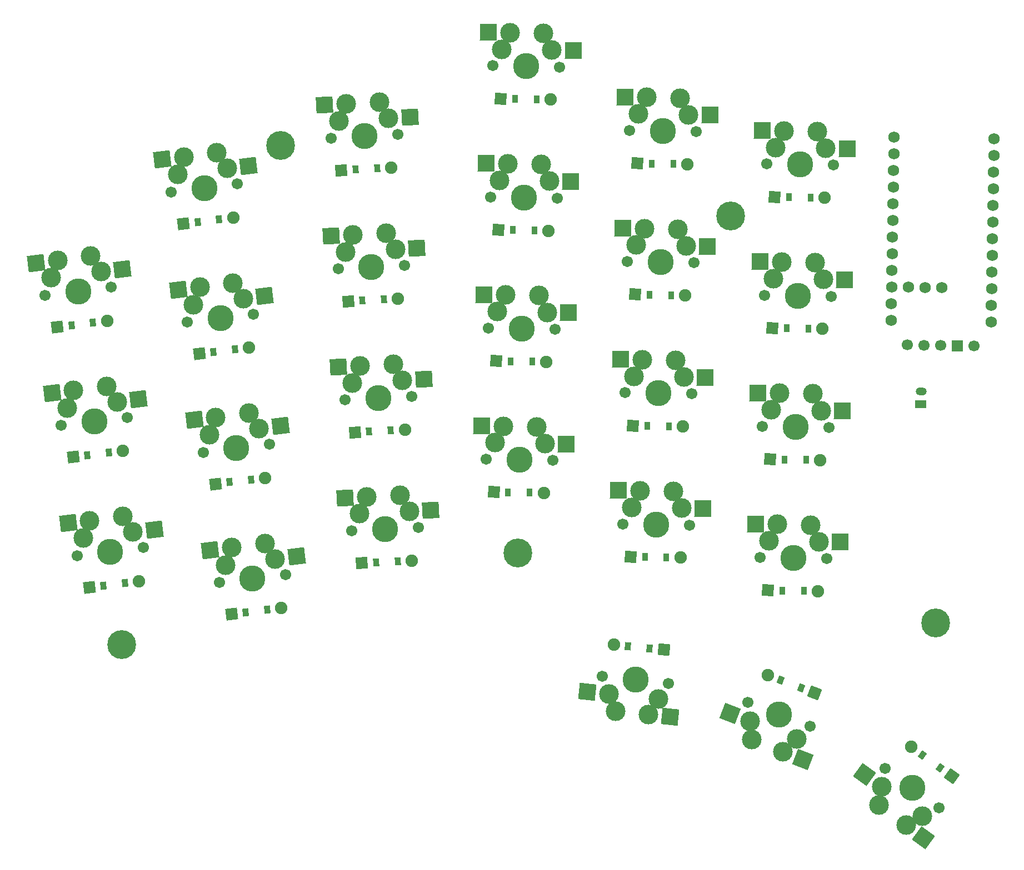
<source format=gbr>
%TF.GenerationSoftware,KiCad,Pcbnew,9.0.0*%
%TF.CreationDate,2025-03-06T12:11:22-05:00*%
%TF.ProjectId,proto1,70726f74-6f31-42e6-9b69-6361645f7063,v1.0.0*%
%TF.SameCoordinates,Original*%
%TF.FileFunction,Soldermask,Top*%
%TF.FilePolarity,Negative*%
%FSLAX46Y46*%
G04 Gerber Fmt 4.6, Leading zero omitted, Abs format (unit mm)*
G04 Created by KiCad (PCBNEW 9.0.0) date 2025-03-06 12:11:22*
%MOMM*%
%LPD*%
G01*
G04 APERTURE LIST*
G04 Aperture macros list*
%AMHorizOval*
0 Thick line with rounded ends*
0 $1 width*
0 $2 $3 position (X,Y) of the first rounded end (center of the circle)*
0 $4 $5 position (X,Y) of the second rounded end (center of the circle)*
0 Add line between two ends*
20,1,$1,$2,$3,$4,$5,0*
0 Add two circle primitives to create the rounded ends*
1,1,$1,$2,$3*
1,1,$1,$4,$5*%
%AMRotRect*
0 Rectangle, with rotation*
0 The origin of the aperture is its center*
0 $1 length*
0 $2 width*
0 $3 Rotation angle, in degrees counterclockwise*
0 Add horizontal line*
21,1,$1,$2,0,0,$3*%
G04 Aperture macros list end*
%ADD10C,3.987800*%
%ADD11C,1.701800*%
%ADD12C,3.000000*%
%ADD13RotRect,2.550000X2.500000X7.000000*%
%ADD14RotRect,2.550000X2.500000X3.000000*%
%ADD15RotRect,2.550000X2.500000X359.000000*%
%ADD16RotRect,2.550000X2.500000X174.000000*%
%ADD17RotRect,2.550000X2.500000X159.000000*%
%ADD18RotRect,2.550000X2.500000X144.000000*%
%ADD19RotRect,0.900000X1.200000X7.000000*%
%ADD20RotRect,1.778000X1.778000X7.000000*%
%ADD21C,1.905000*%
%ADD22RotRect,0.900000X1.200000X3.000000*%
%ADD23RotRect,1.778000X1.778000X3.000000*%
%ADD24RotRect,0.900000X1.200000X359.000000*%
%ADD25RotRect,1.778000X1.778000X359.000000*%
%ADD26RotRect,0.900000X1.200000X174.000000*%
%ADD27RotRect,1.778000X1.778000X174.000000*%
%ADD28RotRect,0.900000X1.200000X159.000000*%
%ADD29RotRect,1.778000X1.778000X159.000000*%
%ADD30RotRect,0.900000X1.200000X144.000000*%
%ADD31RotRect,1.778000X1.778000X144.000000*%
%ADD32C,1.752600*%
%ADD33HorizOval,1.700000X0.000000X0.000000X0.000000X0.000000X0*%
%ADD34RotRect,1.700000X1.700000X359.000000*%
%ADD35RotRect,1.200000X1.700000X89.000000*%
%ADD36HorizOval,1.200000X-0.249962X0.004363X0.249962X-0.004363X0*%
%ADD37C,2.600000*%
%ADD38C,4.400000*%
G04 APERTURE END LIST*
D10*
%TO.C,S1*%
X142958017Y-138610986D03*
D11*
X148000151Y-137991890D03*
X137915883Y-139230082D03*
D12*
X144859988Y-133259303D03*
X138866868Y-136554241D03*
X139817854Y-133878400D03*
X146430070Y-135625597D03*
D13*
X149680658Y-135226474D03*
X136540466Y-134280812D03*
%TD*%
D10*
%TO.C,S2*%
X140520630Y-118760063D03*
D11*
X145562764Y-118140967D03*
X135478496Y-119379159D03*
D12*
X142422601Y-113408380D03*
X136429481Y-116703318D03*
X137380467Y-114027477D03*
X143992683Y-115774674D03*
D13*
X147243271Y-115375551D03*
X134103079Y-114429889D03*
%TD*%
D10*
%TO.C,S3*%
X138083243Y-98909140D03*
D11*
X143125377Y-98290044D03*
X133041109Y-99528236D03*
D12*
X139985214Y-93557457D03*
X133992094Y-96852395D03*
X134943080Y-94176554D03*
X141555296Y-95923751D03*
D13*
X144805884Y-95524628D03*
X131665692Y-94578966D03*
%TD*%
D10*
%TO.C,S4*%
X164618011Y-142701789D03*
D11*
X169660145Y-142082693D03*
X159575877Y-143320885D03*
D12*
X166519982Y-137350106D03*
X160526862Y-140645044D03*
X161477848Y-137969203D03*
X168090064Y-139716400D03*
D13*
X171340652Y-139317277D03*
X158200460Y-138371615D03*
%TD*%
D10*
%TO.C,S5*%
X162180624Y-122850866D03*
D11*
X167222758Y-122231770D03*
X157138490Y-123469962D03*
D12*
X164082595Y-117499183D03*
X158089475Y-120794121D03*
X159040461Y-118118280D03*
X165652677Y-119865477D03*
D13*
X168903265Y-119466354D03*
X155763073Y-118520692D03*
%TD*%
D10*
%TO.C,S6*%
X159743237Y-102999943D03*
D11*
X164785371Y-102380847D03*
X154701103Y-103619039D03*
D12*
X161645208Y-97648260D03*
X155652088Y-100943198D03*
X156603074Y-98267357D03*
X163215290Y-100014554D03*
D13*
X166465878Y-99615431D03*
X153325686Y-98669769D03*
%TD*%
D10*
%TO.C,S7*%
X157305850Y-83149020D03*
D11*
X162347984Y-82529924D03*
X152263716Y-83768116D03*
D12*
X159207821Y-77797337D03*
X153214701Y-81092275D03*
X154165687Y-78416434D03*
X160777903Y-80163631D03*
D13*
X164028491Y-79764508D03*
X150888299Y-78818846D03*
%TD*%
D10*
%TO.C,S8*%
X184852133Y-135179802D03*
D11*
X189925171Y-134913935D03*
X179779095Y-135445669D03*
D12*
X187122785Y-129973831D03*
X180914421Y-132842683D03*
X182049747Y-130239697D03*
X188523978Y-132443883D03*
D14*
X191794490Y-132272483D03*
X178752273Y-130412511D03*
%TD*%
D10*
%TO.C,S9*%
X183805414Y-115207211D03*
D11*
X188878452Y-114941344D03*
X178732376Y-115473078D03*
D12*
X186076066Y-110001240D03*
X179867702Y-112870092D03*
X181003028Y-110267106D03*
X187477259Y-112471292D03*
D14*
X190747771Y-112299892D03*
X177705554Y-110439920D03*
%TD*%
D10*
%TO.C,S10*%
X182758695Y-95234620D03*
D11*
X187831733Y-94968753D03*
X177685657Y-95500487D03*
D12*
X185029347Y-90028649D03*
X178820983Y-92897501D03*
X179956309Y-90294515D03*
X186430540Y-92498701D03*
D14*
X189701052Y-92327301D03*
X176658835Y-90467329D03*
%TD*%
D10*
%TO.C,S11*%
X181711976Y-75262030D03*
D11*
X186785014Y-74996163D03*
X176638938Y-75527897D03*
D12*
X183982628Y-70056059D03*
X177774264Y-72924911D03*
X178909590Y-70321925D03*
X185383821Y-72526111D03*
D14*
X188654333Y-72354711D03*
X175612116Y-70494739D03*
%TD*%
D10*
%TO.C,S12*%
X205326162Y-124593766D03*
D11*
X210405388Y-124682424D03*
X200246936Y-124505108D03*
D12*
X207954433Y-119558869D03*
X201561071Y-121987659D03*
X202875207Y-119470211D03*
X209179911Y-122120647D03*
D15*
X212454412Y-122177803D03*
X199573710Y-119412583D03*
%TD*%
D10*
%TO.C,S13*%
X205675210Y-104596812D03*
D11*
X210754436Y-104685470D03*
X200595984Y-104508154D03*
D12*
X208303481Y-99561915D03*
X201910119Y-101990705D03*
X203224255Y-99473257D03*
X209528959Y-102123693D03*
D15*
X212803460Y-102180849D03*
X199922758Y-99415629D03*
%TD*%
D10*
%TO.C,S14*%
X206024258Y-84599858D03*
D11*
X211103484Y-84688516D03*
X200945032Y-84511200D03*
D12*
X208652529Y-79564961D03*
X202259167Y-81993751D03*
X203573303Y-79476303D03*
X209878007Y-82126739D03*
D15*
X213152508Y-82183895D03*
X200271806Y-79418675D03*
%TD*%
D10*
%TO.C,S15*%
X206373306Y-64602904D03*
D11*
X211452532Y-64691562D03*
X201294080Y-64514246D03*
D12*
X209001577Y-59568007D03*
X202608215Y-61996797D03*
X203922351Y-59479349D03*
X210227055Y-62129785D03*
D15*
X213501556Y-62186941D03*
X200620854Y-59421721D03*
%TD*%
D10*
%TO.C,S16*%
X226157166Y-134458820D03*
D11*
X231236392Y-134547478D03*
X221077940Y-134370162D03*
D12*
X228785437Y-129423923D03*
X222392075Y-131852713D03*
X223706211Y-129335265D03*
X230010915Y-131985701D03*
D15*
X233285416Y-132042857D03*
X220404714Y-129277637D03*
%TD*%
D10*
%TO.C,S17*%
X226506214Y-114461866D03*
D11*
X231585440Y-114550524D03*
X221426988Y-114373208D03*
D12*
X229134485Y-109426969D03*
X222741123Y-111855759D03*
X224055259Y-109338311D03*
X230359963Y-111988747D03*
D15*
X233634464Y-112045903D03*
X220753762Y-109280683D03*
%TD*%
D10*
%TO.C,S18*%
X226855262Y-94464912D03*
D11*
X231934488Y-94553570D03*
X221776036Y-94376254D03*
D12*
X229483533Y-89430015D03*
X223090171Y-91858805D03*
X224404307Y-89341357D03*
X230709011Y-91991793D03*
D15*
X233983512Y-92048949D03*
X221102810Y-89283729D03*
%TD*%
D10*
%TO.C,S19*%
X227204310Y-74467958D03*
D11*
X232283536Y-74556616D03*
X222125084Y-74379300D03*
D12*
X229832581Y-69433061D03*
X223439219Y-71861851D03*
X224753355Y-69344403D03*
X231058059Y-71994839D03*
D15*
X234332560Y-72051995D03*
X221451858Y-69286775D03*
%TD*%
D10*
%TO.C,S20*%
X247071068Y-139574597D03*
D11*
X252150294Y-139663255D03*
X241991842Y-139485939D03*
D12*
X249699339Y-134539700D03*
X243305977Y-136968490D03*
X244620113Y-134451042D03*
X250924817Y-137101478D03*
D15*
X254199318Y-137158634D03*
X241318616Y-134393414D03*
%TD*%
D10*
%TO.C,S21*%
X247420117Y-119577643D03*
D11*
X252499343Y-119666301D03*
X242340891Y-119488985D03*
D12*
X250048388Y-114542746D03*
X243655026Y-116971536D03*
X244969162Y-114454088D03*
X251273866Y-117104524D03*
D15*
X254548367Y-117161680D03*
X241667665Y-114396460D03*
%TD*%
D10*
%TO.C,S22*%
X247769165Y-99580689D03*
D11*
X252848391Y-99669347D03*
X242689939Y-99492031D03*
D12*
X250397436Y-94545792D03*
X244004074Y-96974582D03*
X245318210Y-94457134D03*
X251622914Y-97107570D03*
D15*
X254897415Y-97164726D03*
X242016713Y-94399506D03*
%TD*%
D10*
%TO.C,S23*%
X248118213Y-79583735D03*
D11*
X253197439Y-79672393D03*
X243038987Y-79495077D03*
D12*
X250746484Y-74548838D03*
X244353122Y-76977628D03*
X245667258Y-74460180D03*
X251971962Y-77110616D03*
D15*
X255246463Y-77167772D03*
X242365761Y-74402552D03*
%TD*%
D10*
%TO.C,S24*%
X222993090Y-158157208D03*
D11*
X217940919Y-157626203D03*
X228045261Y-158688213D03*
D12*
X219936000Y-162943877D03*
X226516716Y-161081547D03*
X224988171Y-163474882D03*
X218938459Y-160285040D03*
D16*
X215681400Y-159942709D03*
X228272082Y-163820035D03*
%TD*%
D10*
%TO.C,S25*%
X244906592Y-163443882D03*
D11*
X240164003Y-161623373D03*
X249649181Y-165264391D03*
D12*
X240714789Y-167276216D03*
X247553279Y-167180558D03*
X245457377Y-169096725D03*
X240439396Y-164449794D03*
D17*
X237381920Y-163276139D03*
X248540060Y-170280056D03*
%TD*%
D10*
%TO.C,S26*%
X265144831Y-174669358D03*
D11*
X261035025Y-171683409D03*
X269254637Y-177655307D03*
D12*
X260103979Y-177286190D03*
X266734211Y-178963723D03*
X264213785Y-180272139D03*
X260569502Y-174484799D03*
D18*
X257919971Y-172559803D03*
X266885159Y-182213006D03*
%TD*%
D19*
%TO.C,D1*%
X141929663Y-143774800D03*
X145205065Y-143372632D03*
D20*
X139785763Y-144038038D03*
D21*
X147348965Y-143109394D03*
%TD*%
D19*
%TO.C,D2*%
X139492276Y-123923877D03*
X142767678Y-123521709D03*
D20*
X137348376Y-124187115D03*
D21*
X144911578Y-123258471D03*
%TD*%
D19*
%TO.C,D3*%
X137054889Y-104072954D03*
X140330291Y-103670786D03*
D20*
X134910989Y-104336192D03*
D21*
X142474191Y-103407548D03*
%TD*%
D19*
%TO.C,D4*%
X163589657Y-147865603D03*
X166865059Y-147463435D03*
D20*
X161445757Y-148128841D03*
D21*
X169008959Y-147200197D03*
%TD*%
D19*
%TO.C,D5*%
X161152270Y-128014680D03*
X164427672Y-127612512D03*
D20*
X159008370Y-128277918D03*
D21*
X166571572Y-127349274D03*
%TD*%
D19*
%TO.C,D6*%
X158714883Y-108163757D03*
X161990285Y-107761589D03*
D20*
X156570983Y-108426995D03*
D21*
X164134185Y-107498351D03*
%TD*%
D19*
%TO.C,D7*%
X156277496Y-88312834D03*
X159552898Y-87910666D03*
D20*
X154133596Y-88576072D03*
D21*
X161696798Y-87647428D03*
%TD*%
D22*
%TO.C,D8*%
X183466074Y-140259303D03*
X186761552Y-140086595D03*
D23*
X181309034Y-140372349D03*
D21*
X188918592Y-139973549D03*
%TD*%
D22*
%TO.C,D9*%
X182419355Y-120286713D03*
X185714833Y-120114005D03*
D23*
X180262315Y-120399759D03*
D21*
X187871873Y-120000959D03*
%TD*%
D22*
%TO.C,D10*%
X181372636Y-100314122D03*
X184668114Y-100141414D03*
D23*
X179215596Y-100427168D03*
D21*
X186825154Y-100028368D03*
%TD*%
D22*
%TO.C,D11*%
X180325917Y-80341531D03*
X183621395Y-80168823D03*
D23*
X178168877Y-80454577D03*
D21*
X185778435Y-80055777D03*
%TD*%
D24*
%TO.C,D12*%
X203589151Y-129564209D03*
X206888649Y-129621801D03*
D25*
X201429480Y-129526511D03*
D21*
X209048320Y-129659499D03*
%TD*%
D24*
%TO.C,D13*%
X203938199Y-109567255D03*
X207237697Y-109624847D03*
D25*
X201778528Y-109529557D03*
D21*
X209397368Y-109662545D03*
%TD*%
D24*
%TO.C,D14*%
X204287247Y-89570301D03*
X207586745Y-89627893D03*
D25*
X202127576Y-89532603D03*
D21*
X209746416Y-89665591D03*
%TD*%
D24*
%TO.C,D15*%
X204636295Y-69573347D03*
X207935793Y-69630939D03*
D25*
X202476624Y-69535649D03*
D21*
X210095464Y-69668637D03*
%TD*%
D24*
%TO.C,D16*%
X224420155Y-139429262D03*
X227719653Y-139486854D03*
D25*
X222260484Y-139391564D03*
D21*
X229879324Y-139524552D03*
%TD*%
D24*
%TO.C,D17*%
X224769203Y-119432308D03*
X228068701Y-119489900D03*
D25*
X222609532Y-119394610D03*
D21*
X230228372Y-119527598D03*
%TD*%
D24*
%TO.C,D18*%
X225118251Y-99435354D03*
X228417749Y-99492946D03*
D25*
X222958580Y-99397656D03*
D21*
X230577420Y-99530644D03*
%TD*%
D24*
%TO.C,D19*%
X225467299Y-79438400D03*
X228766797Y-79495992D03*
D25*
X223307628Y-79400702D03*
D21*
X230926468Y-79533690D03*
%TD*%
D24*
%TO.C,D20*%
X245334057Y-144545039D03*
X248633555Y-144602631D03*
D25*
X243174386Y-144507341D03*
D21*
X250793226Y-144640329D03*
%TD*%
D24*
%TO.C,D21*%
X245683106Y-124548085D03*
X248982604Y-124605677D03*
D25*
X243523435Y-124510387D03*
D21*
X251142275Y-124643375D03*
%TD*%
D24*
%TO.C,D22*%
X246032154Y-104551131D03*
X249331652Y-104608723D03*
D25*
X243872483Y-104513433D03*
D21*
X251491323Y-104646421D03*
%TD*%
D24*
%TO.C,D23*%
X246381202Y-84554177D03*
X249680700Y-84611769D03*
D25*
X244221531Y-84516479D03*
D21*
X251840371Y-84649467D03*
%TD*%
D26*
%TO.C,D24*%
X225156693Y-153357071D03*
X221874771Y-153012127D03*
D27*
X227304860Y-153582852D03*
D21*
X219726604Y-152786346D03*
%TD*%
D28*
%TO.C,D25*%
X248238839Y-159367287D03*
X245158023Y-158184673D03*
D29*
X250255372Y-160141362D03*
D21*
X243141490Y-157410598D03*
%TD*%
D30*
%TO.C,D26*%
X269418636Y-171594119D03*
X266748880Y-169654427D03*
D31*
X271166113Y-172863735D03*
D21*
X265001403Y-168384811D03*
%TD*%
D32*
%TO.C,MCU1*%
X277661737Y-75628738D03*
X277617407Y-78168351D03*
X277573078Y-80707964D03*
X277528749Y-83247577D03*
X277484420Y-85787191D03*
X277440091Y-88326804D03*
X277395762Y-90866417D03*
X277351433Y-93406030D03*
X277307104Y-95945643D03*
X277262775Y-98485256D03*
X277218445Y-101024869D03*
X277174116Y-103564483D03*
X261936437Y-103298508D03*
X261980767Y-100758895D03*
X262025096Y-98219282D03*
X262069425Y-95679669D03*
X262113754Y-93140055D03*
X262158083Y-90600442D03*
X262202412Y-88060829D03*
X262246741Y-85521216D03*
X262291070Y-82981603D03*
X262335399Y-80441990D03*
X262379729Y-77902377D03*
X262424058Y-75362763D03*
X264564709Y-98263611D03*
X267104322Y-98307940D03*
X269643935Y-98352269D03*
%TD*%
D33*
%TO.C,niceView1*%
X264410953Y-107072269D03*
X266950566Y-107116598D03*
X269490179Y-107160927D03*
D34*
X272029792Y-107205256D03*
D33*
X274569405Y-107249585D03*
%TD*%
D35*
%TO.C,JST1*%
X266482670Y-116159810D03*
D36*
X266517574Y-114160114D03*
%TD*%
D37*
%TO.C,_1*%
X144694655Y-152754768D03*
D38*
X144694655Y-152754768D03*
%TD*%
D37*
%TO.C,_2*%
X205077465Y-138841596D03*
D38*
X205077465Y-138841596D03*
%TD*%
D37*
%TO.C,_3*%
X268751943Y-149454485D03*
D38*
X268751943Y-149454485D03*
%TD*%
D37*
%TO.C,_4*%
X237530185Y-87400139D03*
D38*
X237530185Y-87400139D03*
%TD*%
D37*
%TO.C,_5*%
X168954449Y-76681202D03*
D38*
X168954449Y-76681202D03*
%TD*%
M02*

</source>
